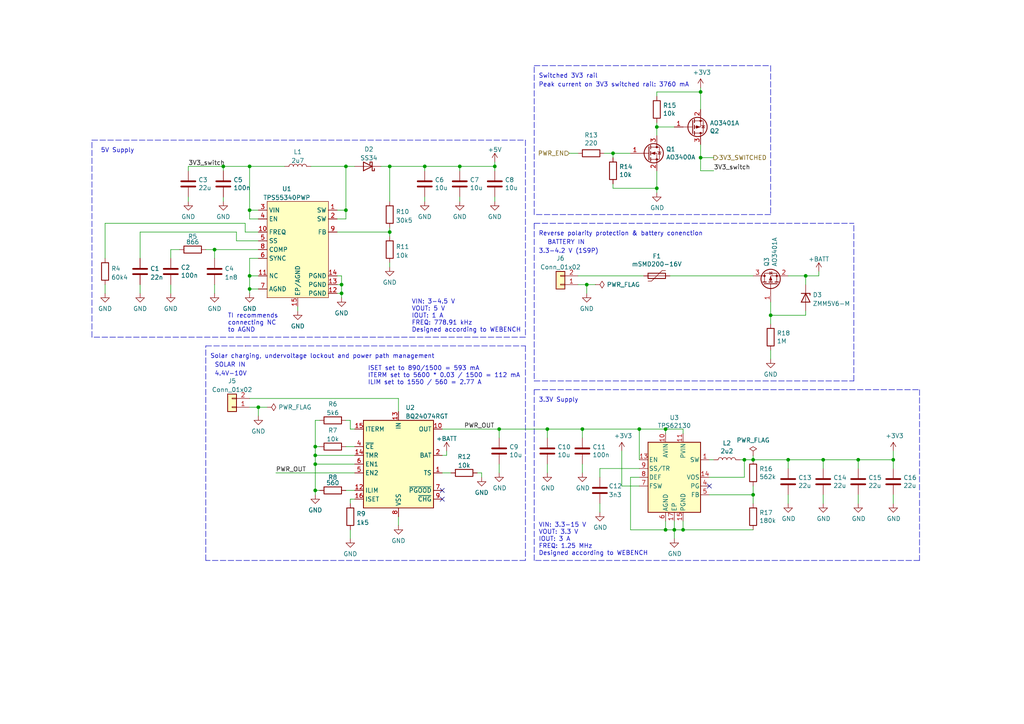
<source format=kicad_sch>
(kicad_sch (version 20211123) (generator eeschema)
  (paper "A4")
  (title_block (title "CO2 Chamber - Power") (date "2022-06-21") (rev "2"))
  (lib_symbols
    (symbol "Battery_Management:BQ24074RGT"
      (property "Reference" "U" (at -8.89 13.97 0))
      (property "Value" "BQ24074RGT" (at 16.51 13.97 0))
      (symbol "BQ24074RGT_0_1"
        (rectangle (start -10.16 12.7) (end 10.16 -12.7) (stroke (width 0.254)) (fill (type background)))
      )
      (symbol "BQ24074RGT_1_1"
        (pin passive line (at 12.7 -2.54 180) (length 2.54) (name "TS") (number "1"))
        (pin power_out line (at 12.7 10.16 180) (length 2.54) (name "OUT") (number "10"))
        (pin passive line (at 12.7 10.16 180) (length 2.54) hide (name "OUT") (number "11"))
        (pin passive line (at -12.7 -7.62 0) (length 2.54) (name "ILIM") (number "12"))
        (pin power_in line (at 0 15.24 270) (length 2.54) (name "IN") (number "13"))
        (pin input line (at -12.7 2.54 0) (length 2.54) (name "TMR") (number "14"))
        (pin input line (at -12.7 10.16 0) (length 2.54) (name "ITERM") (number "15"))
        (pin passive line (at -12.7 -10.16 0) (length 2.54) (name "ISET") (number "16"))
        (pin passive line (at 0 -15.24 90) (length 2.54) hide (name "VSS") (number "17"))
        (pin power_out line (at 12.7 2.54 180) (length 2.54) (name "BAT") (number "2"))
        (pin passive line (at 12.7 2.54 180) (length 2.54) hide (name "BAT") (number "3"))
        (pin input line (at -12.7 5.08 0) (length 2.54) (name "~{CE}") (number "4"))
        (pin input line (at -12.7 -2.54 0) (length 2.54) (name "EN2") (number "5"))
        (pin input line (at -12.7 0 0) (length 2.54) (name "EN1") (number "6"))
        (pin open_collector line (at 12.7 -7.62 180) (length 2.54) (name "~{PGOOD}") (number "7"))
        (pin power_in line (at 0 -15.24 90) (length 2.54) (name "VSS") (number "8"))
        (pin open_collector line (at 12.7 -10.16 180) (length 2.54) (name "~{CHG}") (number "9"))
      )
    )
    (symbol "Connector_Generic:Conn_01x02" (pin_names (offset 1.016) hide)
      (property "Reference" "J" (at 0 2.54 0))
      (property "Value" "Conn_01x02" (at 0 -5.08 0))
      (symbol "Conn_01x02_1_1"
        (rectangle (start -1.27 -2.413) (end 0 -2.667) (stroke (width 0.1524)))
        (rectangle (start -1.27 0.127) (end 0 -0.127) (stroke (width 0.1524)))
        (rectangle (start -1.27 1.27) (end 1.27 -3.81) (stroke (width 0.254)) (fill (type background)))
        (pin passive line (at -5.08 0 0) (length 3.81) (name "Pin_1") (number "1"))
        (pin passive line (at -5.08 -2.54 0) (length 3.81) (name "Pin_2") (number "2"))
      )
    )
    (symbol "Device:C" (pin_numbers hide) (pin_names (offset 0.254))
      (property "Reference" "C" (at 0.635 2.54 0))
      (property "Value" "C" (at 0.635 -2.54 0))
      (symbol "C_0_1"
        (polyline (pts (xy -2.032 -0.762) (xy 2.032 -0.762)) (stroke (width 0.508)))
        (polyline (pts (xy -2.032 0.762) (xy 2.032 0.762)) (stroke (width 0.508)))
      )
      (symbol "C_1_1"
        (pin passive line (at 0 3.81 270) (length 2.794) (name "~") (number "1"))
        (pin passive line (at 0 -3.81 90) (length 2.794) (name "~") (number "2"))
      )
    )
    (symbol "Device:D_Schottky" (pin_numbers hide) (pin_names (offset 1.016) hide)
      (property "Reference" "D" (at 0 2.54 0))
      (property "Value" "D_Schottky" (at 0 -2.54 0))
      (symbol "D_Schottky_0_1"
        (polyline (pts (xy 1.27 0) (xy -1.27 0)))
        (polyline (pts (xy 1.27 1.27) (xy 1.27 -1.27) (xy -1.27 0) (xy 1.27 1.27)) (stroke (width 0.254)))
        (polyline (pts (xy -1.905 0.635) (xy -1.905 1.27) (xy -1.27 1.27) (xy -1.27 -1.27) (xy -0.635 -1.27) (xy -0.635 -0.635)) (stroke (width 0.254)))
      )
      (symbol "D_Schottky_1_1"
        (pin passive line (at -3.81 0 0) (length 2.54) (name "K") (number "1"))
        (pin passive line (at 3.81 0 180) (length 2.54) (name "A") (number "2"))
      )
    )
    (symbol "Device:D_Zener" (pin_numbers hide) (pin_names (offset 1.016) hide)
      (property "Reference" "D" (at 0 2.54 0))
      (property "Value" "D_Zener" (at 0 -2.54 0))
      (symbol "D_Zener_0_1"
        (polyline (pts (xy 1.27 0) (xy -1.27 0)))
        (polyline (pts (xy -1.27 -1.27) (xy -1.27 1.27) (xy -0.762 1.27)) (stroke (width 0.254)))
        (polyline (pts (xy 1.27 -1.27) (xy 1.27 1.27) (xy -1.27 0) (xy 1.27 -1.27)) (stroke (width 0.254)))
      )
      (symbol "D_Zener_1_1"
        (pin passive line (at -3.81 0 0) (length 2.54) (name "K") (number "1"))
        (pin passive line (at 3.81 0 180) (length 2.54) (name "A") (number "2"))
      )
    )
    (symbol "Device:L" (pin_numbers hide) (pin_names (offset 1.016) hide)
      (property "Reference" "L" (at -1.27 0 90))
      (property "Value" "L" (at 1.905 0 90))
      (symbol "L_0_1"
        (arc (start 0 -2.54) (mid 0.635 -1.905) (end 0 -1.27))
        (arc (start 0 -1.27) (mid 0.635 -0.635) (end 0 0))
        (arc (start 0 0) (mid 0.635 0.635) (end 0 1.27))
        (arc (start 0 1.27) (mid 0.635 1.905) (end 0 2.54))
      )
      (symbol "L_1_1"
        (pin passive line (at 0 3.81 270) (length 1.27) (name "1") (number "1"))
        (pin passive line (at 0 -3.81 90) (length 1.27) (name "2") (number "2"))
      )
    )
    (symbol "Device:Polyfuse" (pin_numbers hide) (pin_names (offset 0))
      (property "Reference" "F" (at -2.54 0 90))
      (property "Value" "Polyfuse" (at 2.54 0 90))
      (symbol "Polyfuse_0_1"
        (rectangle (start -0.762 2.54) (end 0.762 -2.54) (stroke (width 0.254)))
        (polyline (pts (xy 0 2.54) (xy 0 -2.54)))
        (polyline (pts (xy -1.524 2.54) (xy -1.524 1.524) (xy 1.524 -1.524) (xy 1.524 -2.54)))
      )
      (symbol "Polyfuse_1_1"
        (pin passive line (at 0 3.81 270) (length 1.27) (name "~") (number "1"))
        (pin passive line (at 0 -3.81 90) (length 1.27) (name "~") (number "2"))
      )
    )
    (symbol "Device:R" (pin_numbers hide) (pin_names (offset 0))
      (property "Reference" "R" (at 2.032 0 90))
      (property "Value" "R" (at 0 0 90))
      (symbol "R_0_1"
        (rectangle (start -1.016 -2.54) (end 1.016 2.54) (stroke (width 0.254)))
      )
      (symbol "R_1_1"
        (pin passive line (at 0 3.81 270) (length 1.27) (name "~") (number "1"))
        (pin passive line (at 0 -3.81 90) (length 1.27) (name "~") (number "2"))
      )
    )
    (symbol "Regulator_Switching:TPS62130" (pin_names (offset 0.254))
      (property "Reference" "U" (at 3.81 13.97 0))
      (property "Value" "TPS62130" (at 3.81 11.43 0))
      (symbol "TPS62130_0_1"
        (rectangle (start -7.62 10.16) (end 7.62 -10.16) (stroke (width 0.254)) (fill (type background)))
      )
      (symbol "TPS62130_1_1"
        (pin output line (at 10.16 5.08 180) (length 2.54) (name "SW") (number "1"))
        (pin power_in line (at -2.54 12.7 270) (length 2.54) (name "AVIN") (number "10"))
        (pin power_in line (at 2.54 12.7 270) (length 2.54) (name "PVIN") (number "11"))
        (pin passive line (at 2.54 12.7 270) (length 2.54) hide (name "PVIN") (number "12"))
        (pin input line (at -10.16 5.08 0) (length 2.54) (name "EN") (number "13"))
        (pin input line (at 10.16 0 180) (length 2.54) (name "VOS") (number "14"))
        (pin power_in line (at 2.54 -12.7 90) (length 2.54) (name "PGND") (number "15"))
        (pin passive line (at 2.54 -12.7 90) (length 2.54) hide (name "PGND") (number "16"))
        (pin power_in line (at 0 -12.7 90) (length 2.54) (name "EP") (number "17"))
        (pin passive line (at 10.16 5.08 180) (length 2.54) hide (name "SW") (number "2"))
        (pin passive line (at 10.16 5.08 180) (length 2.54) hide (name "SW") (number "3"))
        (pin open_collector line (at 10.16 -2.54 180) (length 2.54) (name "PG") (number "4"))
        (pin input line (at 10.16 -5.08 180) (length 2.54) (name "FB") (number "5"))
        (pin power_in line (at -2.54 -12.7 90) (length 2.54) (name "AGND") (number "6"))
        (pin input line (at -10.16 -2.54 0) (length 2.54) (name "FSW") (number "7"))
        (pin input line (at -10.16 0 0) (length 2.54) (name "DEF") (number "8"))
        (pin input line (at -10.16 2.54 0) (length 2.54) (name "SS/TR") (number "9"))
      )
    )
    (symbol "Transistor_FET:AO3400A" (pin_names hide)
      (property "Reference" "Q" (at 5.08 1.905 0))
      (property "Value" "AO3400A" (at 5.08 0 0))
      (symbol "AO3400A_0_1"
        (polyline (pts (xy 0.254 0) (xy -2.54 0)))
        (polyline (pts (xy 0.254 1.905) (xy 0.254 -1.905)) (stroke (width 0.254)))
        (polyline (pts (xy 0.762 -1.27) (xy 0.762 -2.286)) (stroke (width 0.254)))
        (polyline (pts (xy 0.762 0.508) (xy 0.762 -0.508)) (stroke (width 0.254)))
        (polyline (pts (xy 0.762 2.286) (xy 0.762 1.27)) (stroke (width 0.254)))
        (polyline (pts (xy 2.54 2.54) (xy 2.54 1.778)))
        (polyline (pts (xy 2.54 -2.54) (xy 2.54 0) (xy 0.762 0)))
        (polyline (pts (xy 0.762 -1.778) (xy 3.302 -1.778) (xy 3.302 1.778) (xy 0.762 1.778)))
        (polyline (pts (xy 1.016 0) (xy 2.032 0.381) (xy 2.032 -0.381) (xy 1.016 0)) (fill (type outline)))
        (polyline (pts (xy 2.794 0.508) (xy 2.921 0.381) (xy 3.683 0.381) (xy 3.81 0.254)))
        (polyline (pts (xy 3.302 0.381) (xy 2.921 -0.254) (xy 3.683 -0.254) (xy 3.302 0.381)))
        (circle (center 1.651 0) (radius 2.794) (stroke (width 0.254)))
        (circle (center 2.54 -1.778) (radius 0.254) (fill (type outline)))
        (circle (center 2.54 1.778) (radius 0.254) (fill (type outline)))
      )
      (symbol "AO3400A_1_1"
        (pin input line (at -5.08 0 0) (length 2.54) (name "G") (number "1"))
        (pin passive line (at 2.54 -5.08 90) (length 2.54) (name "S") (number "2"))
        (pin passive line (at 2.54 5.08 270) (length 2.54) (name "D") (number "3"))
      )
    )
    (symbol "Transistor_FET:AO3401A" (pin_names hide)
      (property "Reference" "Q" (at 5.08 1.905 0))
      (property "Value" "AO3401A" (at 5.08 0 0))
      (symbol "AO3401A_0_1"
        (polyline (pts (xy 0.254 0) (xy -2.54 0)))
        (polyline (pts (xy 0.254 1.905) (xy 0.254 -1.905)) (stroke (width 0.254)))
        (polyline (pts (xy 0.762 -1.27) (xy 0.762 -2.286)) (stroke (width 0.254)))
        (polyline (pts (xy 0.762 0.508) (xy 0.762 -0.508)) (stroke (width 0.254)))
        (polyline (pts (xy 0.762 2.286) (xy 0.762 1.27)) (stroke (width 0.254)))
        (polyline (pts (xy 2.54 2.54) (xy 2.54 1.778)))
        (polyline (pts (xy 2.54 -2.54) (xy 2.54 0) (xy 0.762 0)))
        (polyline (pts (xy 0.762 1.778) (xy 3.302 1.778) (xy 3.302 -1.778) (xy 0.762 -1.778)))
        (polyline (pts (xy 2.286 0) (xy 1.27 0.381) (xy 1.27 -0.381) (xy 2.286 0)) (fill (type outline)))
        (polyline (pts (xy 2.794 -0.508) (xy 2.921 -0.381) (xy 3.683 -0.381) (xy 3.81 -0.254)))
        (polyline (pts (xy 3.302 -0.381) (xy 2.921 0.254) (xy 3.683 0.254) (xy 3.302 -0.381)))
        (circle (center 1.651 0) (radius 2.794) (stroke (width 0.254)))
        (circle (center 2.54 -1.778) (radius 0.254) (fill (type outline)))
        (circle (center 2.54 1.778) (radius 0.254) (fill (type outline)))
      )
      (symbol "AO3401A_1_1"
        (pin input line (at -5.08 0 0) (length 2.54) (name "G") (number "1"))
        (pin passive line (at 2.54 -5.08 90) (length 2.54) (name "S") (number "2"))
        (pin passive line (at 2.54 5.08 270) (length 2.54) (name "D") (number "3"))
      )
    )
    (symbol "co2_sensor_node:TPS55340PWP"
      (property "Reference" "U" (at 0 5.08 0))
      (property "Value" "TPS55340PWP" (at 0 2.54 0))
      (symbol "TPS55340PWP_0_1"
        (rectangle (start -15.24 -40.64) (end -15.24 -40.64) (stroke (width 0.1524)))
        (rectangle (start -15.24 -40.64) (end -15.24 -40.64) (stroke (width 0.1524)))
        (rectangle (start -15.24 -40.64) (end -15.24 -40.64) (stroke (width 0.1524)))
        (rectangle (start -15.24 -40.64) (end -15.24 -40.64) (stroke (width 0.1524)))
        (rectangle (start -15.24 -40.64) (end -15.24 -40.64) (stroke (width 0.1524)))
        (rectangle (start -15.24 -40.64) (end -15.24 -40.64) (stroke (width 0.1524)))
        (rectangle (start -15.24 -40.64) (end -15.24 -40.64) (stroke (width 0.1524)))
        (rectangle (start -15.24 -40.64) (end -15.24 -40.64) (stroke (width 0.1524)))
        (rectangle (start -15.24 -40.64) (end -15.24 -40.64) (stroke (width 0.1524)))
        (rectangle (start -15.24 -40.64) (end -15.24 -40.64) (stroke (width 0.1524)))
        (rectangle (start -15.24 -40.64) (end -15.24 -40.64) (stroke (width 0.1524)))
        (rectangle (start -13.97 -27.94) (end -13.97 -27.94) (stroke (width 0.1524)))
        (rectangle (start -8.89 -26.67) (end -8.89 -26.67) (stroke (width 0.1524)))
        (rectangle (start -8.89 -26.67) (end -8.89 -26.67) (stroke (width 0.1524)))
        (rectangle (start -8.89 -26.67) (end -8.89 -26.67) (stroke (width 0.1524)))
        (rectangle (start -8.89 1.27) (end 8.89 -26.67) (stroke (width 0.1524)) (fill (type background)))
      )
      (symbol "TPS55340PWP_1_1"
        (pin output line (at 11.43 -1.27 180) (length 2.54) (name "SW") (number "1"))
        (pin input line (at -11.43 -7.62 0) (length 2.54) (name "FREQ") (number "10"))
        (pin input line (at -11.43 -20.32 0) (length 2.54) (name "NC") (number "11"))
        (pin power_in line (at 11.43 -25.4 180) (length 2.54) (name "PGND") (number "12"))
        (pin power_in line (at 11.43 -22.86 180) (length 2.54) (name "PGND") (number "13"))
        (pin power_in line (at 11.43 -20.32 180) (length 2.54) (name "PGND") (number "14"))
        (pin power_in line (at 0 -29.21 90) (length 2.54) (name "EP/AGND") (number "15"))
        (pin output line (at 11.43 -3.81 180) (length 2.54) (name "SW") (number "2"))
        (pin power_in line (at -11.43 -1.27 0) (length 2.54) (name "VIN") (number "3"))
        (pin input line (at -11.43 -3.81 0) (length 2.54) (name "EN") (number "4"))
        (pin input line (at -11.43 -10.16 0) (length 2.54) (name "SS") (number "5"))
        (pin input line (at -11.43 -15.24 0) (length 2.54) (name "SYNC") (number "6"))
        (pin power_in line (at -11.43 -24.13 0) (length 2.54) (name "AGND") (number "7"))
        (pin input line (at -11.43 -12.7 0) (length 2.54) (name "COMP") (number "8"))
        (pin input line (at 11.43 -7.62 180) (length 2.54) (name "FB") (number "9"))
      )
    )
    (symbol "power:+3V3" (power) (pin_names (offset 0))
      (property "Value" "+3V3" (at 0 3.556 0))
      (symbol "+3V3_0_1"
        (polyline (pts (xy -0.762 1.27) (xy 0 2.54)))
        (polyline (pts (xy 0 0) (xy 0 2.54)))
        (polyline (pts (xy 0 2.54) (xy 0.762 1.27)))
      )
      (symbol "+3V3_1_1"
        (pin power_in line (at 0 0 90) (length 0) hide (name "+3V3") (number "1"))
      )
    )
    (symbol "power:+5V" (power) (pin_names (offset 0))
      (property "Value" "+5V" (at 0 3.556 0))
      (symbol "+5V_0_1"
        (polyline (pts (xy -0.762 1.27) (xy 0 2.54)))
        (polyline (pts (xy 0 0) (xy 0 2.54)))
        (polyline (pts (xy 0 2.54) (xy 0.762 1.27)))
      )
      (symbol "+5V_1_1"
        (pin power_in line (at 0 0 90) (length 0) hide (name "+5V") (number "1"))
      )
    )
    (symbol "power:+BATT" (power) (pin_names (offset 0))
      (property "Value" "+BATT" (at 0 3.556 0))
      (symbol "+BATT_0_1"
        (polyline (pts (xy -0.762 1.27) (xy 0 2.54)))
        (polyline (pts (xy 0 0) (xy 0 2.54)))
        (polyline (pts (xy 0 2.54) (xy 0.762 1.27)))
      )
      (symbol "+BATT_1_1"
        (pin power_in line (at 0 0 90) (length 0) hide (name "+BATT") (number "1"))
      )
    )
    (symbol "power:GND" (power) (pin_names (offset 0))
      (property "Value" "GND" (at 0 -3.81 0))
      (symbol "GND_0_1"
        (polyline (pts (xy 0 0) (xy 0 -1.27) (xy 1.27 -1.27) (xy 0 -2.54) (xy -1.27 -1.27) (xy 0 -1.27)))
      )
      (symbol "GND_1_1"
        (pin power_in line (at 0 0 270) (length 0) hide (name "GND") (number "1"))
      )
    )
    (symbol "power:PWR_FLAG" (power) (pin_numbers hide) (pin_names (offset 0) hide)
      (property "Value" "PWR_FLAG" (at 0 3.81 0))
      (symbol "PWR_FLAG_0_0"
        (pin power_out line (at 0 0 90) (length 0) (name "pwr") (number "1"))
      )
      (symbol "PWR_FLAG_0_1"
        (polyline (pts (xy 0 0) (xy 0 1.27) (xy -1.016 1.905) (xy 0 2.54) (xy 1.016 1.905) (xy 0 1.27)))
      )
    )
  )
  (junction (at 215.9 133.35))
  (junction (at 91.44 142.24))
  (junction (at 198.12 153.67))
  (junction (at 170.18 82.55))
  (junction (at 113.03 67.31))
  (junction (at 190.5 36.83))
  (junction (at 248.92 133.35))
  (junction (at 193.04 153.67))
  (junction (at 190.5 54.61))
  (junction (at 133.35 48.26))
  (junction (at 158.75 124.46))
  (junction (at 72.39 60.96))
  (junction (at 99.06 82.55))
  (junction (at 72.39 80.01))
  (junction (at 223.52 91.44))
  (junction (at 64.77 48.26))
  (junction (at 144.78 124.46))
  (junction (at 177.8 44.45))
  (junction (at 218.44 133.35))
  (junction (at 99.06 85.09))
  (junction (at 62.23 72.39))
  (junction (at 123.19 48.26))
  (junction (at 185.42 124.46))
  (junction (at 113.03 48.26))
  (junction (at 100.33 60.96))
  (junction (at 238.76 133.35))
  (junction (at 91.44 129.54))
  (junction (at 74.93 118.11))
  (junction (at 203.2 45.72))
  (junction (at 72.39 48.26))
  (junction (at 233.68 80.01))
  (junction (at 259.08 133.35))
  (junction (at 91.44 132.08))
  (junction (at 195.58 153.67))
  (junction (at 228.6 133.35))
  (junction (at 193.04 124.46))
  (junction (at 91.44 134.62))
  (junction (at 72.39 83.82))
  (junction (at 218.44 143.51))
  (junction (at 168.91 124.46))
  (junction (at 143.51 48.26))
  (junction (at 203.2 26.67))
  (junction (at 100.33 48.26))
  (no_connect (at 128.27 142.24))
  (no_connect (at 128.27 144.78))
  (no_connect (at 205.74 140.97))
  (wire (pts (xy 74.93 118.11) (xy 74.93 120.65)))
  (wire (pts (xy 115.57 115.57) (xy 115.57 119.38)))
  (wire (pts (xy 123.19 48.26) (xy 123.19 49.53)))
  (wire (pts (xy 97.79 67.31) (xy 113.03 67.31)))
  (wire (pts (xy 218.44 153.67) (xy 198.12 153.67)))
  (wire (pts (xy 205.74 143.51) (xy 218.44 143.51)))
  (wire (pts (xy 139.7 138.43) (xy 139.7 137.16)))
  (wire (pts (xy 113.03 66.04) (xy 113.03 67.31)))
  (wire (pts (xy 133.35 57.15) (xy 133.35 58.42)))
  (wire (pts (xy 175.26 44.45) (xy 177.8 44.45)))
  (polyline (pts (xy 154.94 64.77) (xy 154.94 110.49)))
  (wire (pts (xy 115.57 149.86) (xy 115.57 152.4)))
  (wire (pts (xy 170.18 82.55) (xy 172.72 82.55)))
  (wire (pts (xy 62.23 82.55) (xy 62.23 85.09)))
  (wire (pts (xy 100.33 60.96) (xy 100.33 63.5)))
  (wire (pts (xy 54.61 49.53) (xy 54.61 48.26)))
  (wire (pts (xy 144.78 124.46) (xy 158.75 124.46)))
  (wire (pts (xy 195.58 153.67) (xy 193.04 153.67)))
  (wire (pts (xy 195.58 151.13) (xy 195.58 153.67)))
  (wire (pts (xy 193.04 124.46) (xy 198.12 124.46)))
  (wire (pts (xy 99.06 80.01) (xy 99.06 82.55)))
  (wire (pts (xy 72.39 48.26) (xy 72.39 60.96)))
  (wire (pts (xy 143.51 46.99) (xy 143.51 48.26)))
  (wire (pts (xy 49.53 82.55) (xy 49.53 85.09)))
  (wire (pts (xy 190.5 35.56) (xy 190.5 36.83)))
  (polyline (pts (xy 266.7 162.56) (xy 154.94 162.56)))
  (polyline (pts (xy 59.69 100.33) (xy 152.4 100.33)))
  (wire (pts (xy 123.19 57.15) (xy 123.19 58.42)))
  (wire (pts (xy 97.79 85.09) (xy 99.06 85.09)))
  (wire (pts (xy 40.64 82.55) (xy 40.64 85.09)))
  (wire (pts (xy 182.88 138.43) (xy 185.42 138.43)))
  (wire (pts (xy 259.08 143.51) (xy 259.08 146.05)))
  (wire (pts (xy 74.93 74.93) (xy 72.39 74.93)))
  (wire (pts (xy 238.76 133.35) (xy 248.92 133.35)))
  (polyline (pts (xy 26.67 40.64) (xy 152.4 40.64)))
  (wire (pts (xy 74.93 118.11) (xy 77.47 118.11)))
  (wire (pts (xy 198.12 153.67) (xy 195.58 153.67)))
  (wire (pts (xy 71.12 64.77) (xy 30.48 64.77)))
  (wire (pts (xy 64.77 57.15) (xy 64.77 58.42)))
  (wire (pts (xy 190.5 36.83) (xy 195.58 36.83)))
  (wire (pts (xy 91.44 129.54) (xy 92.71 129.54)))
  (wire (pts (xy 180.34 140.97) (xy 180.34 130.81)))
  (wire (pts (xy 259.08 135.89) (xy 259.08 133.35)))
  (wire (pts (xy 74.93 60.96) (xy 72.39 60.96)))
  (wire (pts (xy 64.77 49.53) (xy 64.77 48.26)))
  (wire (pts (xy 113.03 67.31) (xy 113.03 68.58)))
  (wire (pts (xy 74.93 80.01) (xy 72.39 80.01)))
  (polyline (pts (xy 26.67 97.79) (xy 26.67 40.64)))
  (wire (pts (xy 248.92 143.51) (xy 248.92 146.05)))
  (wire (pts (xy 113.03 48.26) (xy 113.03 58.42)))
  (wire (pts (xy 173.99 148.59) (xy 173.99 146.05)))
  (wire (pts (xy 190.5 26.67) (xy 203.2 26.67)))
  (wire (pts (xy 215.9 133.35) (xy 215.9 138.43)))
  (wire (pts (xy 123.19 48.26) (xy 133.35 48.26)))
  (wire (pts (xy 168.91 127) (xy 168.91 124.46)))
  (wire (pts (xy 72.39 118.11) (xy 74.93 118.11)))
  (wire (pts (xy 97.79 82.55) (xy 99.06 82.55)))
  (wire (pts (xy 74.93 63.5) (xy 72.39 63.5)))
  (wire (pts (xy 237.49 78.74) (xy 237.49 80.01)))
  (wire (pts (xy 91.44 132.08) (xy 91.44 134.62)))
  (wire (pts (xy 203.2 25.4) (xy 203.2 26.67)))
  (wire (pts (xy 173.99 135.89) (xy 185.42 135.89)))
  (wire (pts (xy 248.92 133.35) (xy 259.08 133.35)))
  (wire (pts (xy 128.27 132.08) (xy 129.54 132.08)))
  (wire (pts (xy 203.2 41.91) (xy 203.2 45.72)))
  (wire (pts (xy 102.87 134.62) (xy 91.44 134.62)))
  (wire (pts (xy 193.04 153.67) (xy 182.88 153.67)))
  (wire (pts (xy 97.79 60.96) (xy 100.33 60.96)))
  (wire (pts (xy 214.63 133.35) (xy 215.9 133.35)))
  (wire (pts (xy 99.06 82.55) (xy 99.06 85.09)))
  (wire (pts (xy 101.6 121.92) (xy 100.33 121.92)))
  (wire (pts (xy 223.52 101.6) (xy 223.52 104.14)))
  (wire (pts (xy 259.08 133.35) (xy 259.08 130.81)))
  (wire (pts (xy 113.03 48.26) (xy 110.49 48.26)))
  (wire (pts (xy 92.71 121.92) (xy 91.44 121.92)))
  (wire (pts (xy 205.74 138.43) (xy 215.9 138.43)))
  (wire (pts (xy 49.53 72.39) (xy 49.53 74.93)))
  (wire (pts (xy 100.33 48.26) (xy 102.87 48.26)))
  (wire (pts (xy 52.07 72.39) (xy 49.53 72.39)))
  (wire (pts (xy 168.91 137.16) (xy 168.91 134.62)))
  (wire (pts (xy 54.61 48.26) (xy 64.77 48.26)))
  (wire (pts (xy 215.9 133.35) (xy 218.44 133.35)))
  (wire (pts (xy 97.79 63.5) (xy 100.33 63.5)))
  (wire (pts (xy 228.6 135.89) (xy 228.6 133.35)))
  (wire (pts (xy 238.76 135.89) (xy 238.76 133.35)))
  (wire (pts (xy 133.35 48.26) (xy 133.35 49.53)))
  (wire (pts (xy 91.44 143.51) (xy 91.44 142.24)))
  (wire (pts (xy 100.33 48.26) (xy 100.33 60.96)))
  (wire (pts (xy 233.68 80.01) (xy 237.49 80.01)))
  (polyline (pts (xy 152.4 162.56) (xy 59.69 162.56)))
  (polyline (pts (xy 152.4 100.33) (xy 152.4 162.56)))
  (wire (pts (xy 74.93 69.85) (xy 68.58 69.85)))
  (wire (pts (xy 72.39 115.57) (xy 115.57 115.57)))
  (polyline (pts (xy 152.4 97.79) (xy 26.67 97.79)))
  (polyline (pts (xy 154.94 162.56) (xy 154.94 113.03)))
  (wire (pts (xy 190.5 27.94) (xy 190.5 26.67)))
  (wire (pts (xy 173.99 138.43) (xy 173.99 135.89)))
  (wire (pts (xy 233.68 80.01) (xy 228.6 80.01)))
  (wire (pts (xy 185.42 140.97) (xy 180.34 140.97)))
  (wire (pts (xy 143.51 48.26) (xy 143.51 49.53)))
  (polyline (pts (xy 154.94 110.49) (xy 247.65 110.49)))
  (wire (pts (xy 207.01 49.53) (xy 203.2 49.53)))
  (polyline (pts (xy 154.94 64.77) (xy 247.65 64.77)))
  (wire (pts (xy 167.64 80.01) (xy 186.69 80.01)))
  (polyline (pts (xy 223.52 19.05) (xy 223.52 62.23)))
  (wire (pts (xy 218.44 132.08) (xy 218.44 133.35)))
  (wire (pts (xy 101.6 146.05) (xy 101.6 144.78)))
  (wire (pts (xy 198.12 151.13) (xy 198.12 153.67)))
  (wire (pts (xy 218.44 143.51) (xy 218.44 146.05)))
  (wire (pts (xy 129.54 132.08) (xy 129.54 130.81)))
  (wire (pts (xy 71.12 67.31) (xy 71.12 64.77)))
  (wire (pts (xy 62.23 72.39) (xy 74.93 72.39)))
  (wire (pts (xy 101.6 124.46) (xy 101.6 121.92)))
  (wire (pts (xy 64.77 48.26) (xy 72.39 48.26)))
  (wire (pts (xy 68.58 69.85) (xy 68.58 67.31)))
  (wire (pts (xy 62.23 72.39) (xy 62.23 74.93)))
  (wire (pts (xy 30.48 64.77) (xy 30.48 74.93)))
  (wire (pts (xy 203.2 26.67) (xy 203.2 31.75)))
  (wire (pts (xy 228.6 133.35) (xy 238.76 133.35)))
  (wire (pts (xy 185.42 124.46) (xy 193.04 124.46)))
  (wire (pts (xy 185.42 124.46) (xy 168.91 124.46)))
  (wire (pts (xy 91.44 121.92) (xy 91.44 129.54)))
  (wire (pts (xy 40.64 67.31) (xy 40.64 74.93)))
  (wire (pts (xy 167.64 44.45) (xy 165.1 44.45)))
  (wire (pts (xy 144.78 137.16) (xy 144.78 134.62)))
  (wire (pts (xy 193.04 151.13) (xy 193.04 153.67)))
  (polyline (pts (xy 223.52 62.23) (xy 154.94 62.23)))
  (wire (pts (xy 91.44 129.54) (xy 91.44 132.08)))
  (wire (pts (xy 158.75 137.16) (xy 158.75 134.62)))
  (wire (pts (xy 91.44 142.24) (xy 92.71 142.24)))
  (wire (pts (xy 233.68 90.17) (xy 233.68 91.44)))
  (polyline (pts (xy 152.4 40.64) (xy 152.4 97.79)))
  (wire (pts (xy 233.68 82.55) (xy 233.68 80.01)))
  (wire (pts (xy 190.5 54.61) (xy 190.5 55.88)))
  (wire (pts (xy 194.31 80.01) (xy 218.44 80.01)))
  (polyline (pts (xy 154.94 113.03) (xy 266.7 113.03)))
  (wire (pts (xy 185.42 133.35) (xy 185.42 124.46)))
  (wire (pts (xy 248.92 135.89) (xy 248.92 133.35)))
  (wire (pts (xy 218.44 140.97) (xy 218.44 143.51)))
  (wire (pts (xy 102.87 124.46) (xy 101.6 124.46)))
  (polyline (pts (xy 247.65 110.49) (xy 247.65 64.77)))
  (wire (pts (xy 100.33 48.26) (xy 90.17 48.26)))
  (wire (pts (xy 177.8 44.45) (xy 182.88 44.45)))
  (wire (pts (xy 139.7 137.16) (xy 138.43 137.16)))
  (wire (pts (xy 167.64 82.55) (xy 170.18 82.55)))
  (wire (pts (xy 177.8 45.72) (xy 177.8 44.45)))
  (wire (pts (xy 205.74 133.35) (xy 207.01 133.35)))
  (polyline (pts (xy 266.7 113.03) (xy 266.7 162.56)))
  (wire (pts (xy 193.04 124.46) (xy 193.04 125.73)))
  (wire (pts (xy 74.93 83.82) (xy 72.39 83.82)))
  (wire (pts (xy 100.33 142.24) (xy 102.87 142.24)))
  (wire (pts (xy 123.19 48.26) (xy 113.03 48.26)))
  (wire (pts (xy 74.93 67.31) (xy 71.12 67.31)))
  (wire (pts (xy 80.01 137.16) (xy 102.87 137.16)))
  (wire (pts (xy 190.5 49.53) (xy 190.5 54.61)))
  (wire (pts (xy 128.27 137.16) (xy 130.81 137.16)))
  (polyline (pts (xy 154.94 19.05) (xy 223.52 19.05)))
  (polyline (pts (xy 59.69 162.56) (xy 59.69 100.33)))
  (wire (pts (xy 177.8 54.61) (xy 177.8 53.34)))
  (wire (pts (xy 203.2 45.72) (xy 207.01 45.72)))
  (wire (pts (xy 91.44 134.62) (xy 91.44 142.24)))
  (wire (pts (xy 143.51 57.15) (xy 143.51 58.42)))
  (wire (pts (xy 72.39 48.26) (xy 82.55 48.26)))
  (wire (pts (xy 195.58 156.21) (xy 195.58 153.67)))
  (wire (pts (xy 101.6 144.78) (xy 102.87 144.78)))
  (wire (pts (xy 170.18 82.55) (xy 170.18 85.09)))
  (wire (pts (xy 30.48 82.55) (xy 30.48 85.09)))
  (wire (pts (xy 228.6 143.51) (xy 228.6 146.05)))
  (wire (pts (xy 158.75 124.46) (xy 168.91 124.46)))
  (wire (pts (xy 233.68 91.44) (xy 223.52 91.44)))
  (wire (pts (xy 203.2 49.53) (xy 203.2 45.72)))
  (wire (pts (xy 223.52 91.44) (xy 223.52 93.98)))
  (wire (pts (xy 54.61 57.15) (xy 54.61 58.42)))
  (wire (pts (xy 190.5 36.83) (xy 190.5 39.37)))
  (wire (pts (xy 223.52 87.63) (xy 223.52 91.44)))
  (wire (pts (xy 198.12 125.73) (xy 198.12 124.46)))
  (wire (pts (xy 86.36 88.9) (xy 86.36 90.17)))
  (wire (pts (xy 68.58 67.31) (xy 40.64 67.31)))
  (wire (pts (xy 128.27 124.46) (xy 144.78 124.46)))
  (wire (pts (xy 72.39 80.01) (xy 72.39 83.82)))
  (wire (pts (xy 72.39 83.82) (xy 72.39 85.09)))
  (wire (pts (xy 97.79 80.01) (xy 99.06 80.01)))
  (wire (pts (xy 72.39 74.93) (xy 72.39 80.01)))
  (wire (pts (xy 177.8 54.61) (xy 190.5 54.61)))
  (wire (pts (xy 238.76 143.51) (xy 238.76 146.05)))
  (polyline (pts (xy 154.94 62.23) (xy 154.94 19.05)))
  (wire (pts (xy 113.03 76.2) (xy 113.03 77.47)))
  (wire (pts (xy 91.44 132.08) (xy 102.87 132.08)))
  (wire (pts (xy 99.06 85.09) (xy 99.06 86.36)))
  (wire (pts (xy 158.75 127) (xy 158.75 124.46)))
  (wire (pts (xy 100.33 129.54) (xy 102.87 129.54)))
  (wire (pts (xy 182.88 138.43) (xy 182.88 153.67)))
  (wire (pts (xy 133.35 48.26) (xy 143.51 48.26)))
  (wire (pts (xy 218.44 133.35) (xy 228.6 133.35)))
  (wire (pts (xy 101.6 153.67) (xy 101.6 156.21)))
  (wire (pts (xy 59.69 72.39) (xy 62.23 72.39)))
  (wire (pts (xy 72.39 60.96) (xy 72.39 63.5)))
  (wire (pts (xy 144.78 127) (xy 144.78 124.46)))
  (text "VIN: 3.3-15 V\nVOUT: 3.3 V\nIOUT: 3 A\nFREQ: 1.25 MHz\nDesigned according to WEBENCH\n" (at 156.21 161.29 0) (effects (font (size 1.27 1.27)) (justify left bottom)))
  (text "BATTERY IN" (at 158.75 71.12 0) (effects (font (size 1.27 1.27)) (justify left bottom)))
  (text "5V Supply" (at 29.21 44.45 0) (effects (font (size 1.27 1.27)) (justify left bottom)))
  (text "4.4V-10V" (at 62.23 109.22 0) (effects (font (size 1.27 1.27)) (justify left bottom)))
  (text "Solar charging, undervoltage lockout and power path management" (at 60.96 104.14 0) (effects (font (size 1.27 1.27)) (justify left bottom)))
  (text "3.3-4.2 V (1S9P)\n" (at 156.21 73.66 0) (effects (font (size 1.27 1.27)) (justify left bottom)))
  (text "3.3V Supply\n" (at 156.21 116.84 0) (effects (font (size 1.27 1.27)) (justify left bottom)))
  (text "Reverse polarity protection & battery conenction" (at 156.21 68.58 0) (effects (font (size 1.27 1.27)) (justify left bottom)))
  (text "SOLAR IN\n" (at 62.23 106.68 0) (effects (font (size 1.27 1.27)) (justify left bottom)))
  (text "ISET set to 890/1500 = 593 mA\nITERM set to 5600 * 0.03 / 1500 = 112 mA\nILIM set to 1550 / 560 = 2.77 A" (at 106.68 111.76 0) (effects (font (size 1.27 1.27)) (justify left bottom)))
  (text "Peak current on 3V3 switched rail: 3760 mA" (at 156.21 25.4 0) (effects (font (size 1.27 1.27)) (justify left bottom)))
  (text "VIN: 3-4.5 V\nVOUT: 5 V\nIOUT: 1 A\nFREQ: 778.91 kHz\nDesigned according to WEBENCH\n" (at 119.38 96.52 0) (effects (font (size 1.27 1.27)) (justify left bottom)))
  (text "TI recommends\nconnecting NC\nto AGND" (at 66.04 96.52 0) (effects (font (size 1.27 1.27)) (justify left bottom)))
  (text "Switched 3V3 rail" (at 156.21 22.86 0) (effects (font (size 1.27 1.27)) (justify left bottom)))
  (label "PWR_OUT" (at 134.62 124.46 0))
  (label "3V3_switch" (at 207.01 49.53 0))
  (label "PWR_OUT" (at 80.01 137.16 0))
  (label "3V3_switch" (at 54.61 48.26 0))
  (hierarchical_label "3V3_SWITCHED" (shape output) (at 207.01 45.72 0))
  (hierarchical_label "PWR_EN" (shape input) (at 165.1 44.45 180))
  (symbol (lib_id "Regulator_Switching:TPS62130") (at 195.58 138.43 0) (unit 1)
    (property "Reference" "U3" (at 195.58 121.1326 0))
    (property "Value" "TPS62130" (at 195.58 123.444 0))
    (property "Footprint" "Package_DFN_QFN:VQFN-16-1EP_3x3mm_P0.5mm_EP1.68x1.68mm_ThermalVias" (effects hide))
    (property "Datasheet" "http://www.ti.com/lit/ds/symlink/tps62130.pdf" (effects hide))
    (property "LCSC" "C43590" (effects hide))
  )
  (symbol (lib_id "power:GND") (at 158.75 137.16 0) (unit 1)
    (property "Reference" "#PWR030" (effects hide))
    (property "Value" "GND" (at 158.877 141.5542 0))
  )
  (symbol (lib_id "Device:C") (at 158.75 130.81 0) (unit 1)
    (property "Reference" "C10" (at 161.671 129.6416 0) (effects (justify left)))
    (property "Value" "10u" (at 161.671 131.953 0) (effects (justify left)))
    (property "Footprint" "Capacitor_SMD:C_0805_2012Metric" (effects hide))
    (property "LCSC" "C15850" (effects hide))
  )
  (symbol (lib_id "Device:C") (at 168.91 130.81 0) (unit 1)
    (property "Reference" "C11" (at 171.831 129.6416 0) (effects (justify left)))
    (property "Value" "100n" (at 171.831 131.953 0) (effects (justify left)))
    (property "Footprint" "Capacitor_SMD:C_0603_1608Metric" (effects hide))
    (property "LCSC" "C14663" (effects hide))
  )
  (symbol (lib_id "power:GND") (at 195.58 156.21 0) (unit 1)
    (property "Reference" "#PWR036" (effects hide))
    (property "Value" "GND" (at 195.707 160.6042 0))
  )
  (symbol (lib_id "Device:R") (at 218.44 149.86 0) (unit 1)
    (property "Reference" "R17" (at 220.218 148.6916 0) (effects (justify left)))
    (property "Value" "180k" (at 220.218 151.003 0) (effects (justify left)))
    (property "Footprint" "Resistor_SMD:R_0603_1608Metric" (effects hide))
    (property "LCSC" "C22827" (effects hide))
  )
  (symbol (lib_id "Device:R") (at 218.44 137.16 0) (unit 1)
    (property "Reference" "R16" (at 220.218 135.9916 0) (effects (justify left)))
    (property "Value" "562k" (at 220.218 138.303 0) (effects (justify left)))
    (property "Footprint" "Resistor_SMD:R_0603_1608Metric" (effects hide))
    (property "LCSC" "C23205" (effects hide))
  )
  (symbol (lib_id "Device:L") (at 210.82 133.35 90) (unit 1)
    (property "Reference" "L2" (at 210.82 128.524 90))
    (property "Value" "2u2" (at 210.82 130.8354 90))
    (property "Footprint" "co2_sensor_node:WPN4020" (effects hide))
    (property "LCSC" "C98361" (effects hide))
  )
  (symbol (lib_id "Device:C") (at 228.6 139.7 0) (unit 1)
    (property "Reference" "C13" (at 231.521 138.5316 0) (effects (justify left)))
    (property "Value" "22u" (at 231.521 140.843 0) (effects (justify left)))
    (property "Footprint" "Capacitor_SMD:C_0805_2012Metric" (effects hide))
    (property "LCSC" "C45783" (effects hide))
  )
  (symbol (lib_id "power:GND") (at 168.91 137.16 0) (unit 1)
    (property "Reference" "#PWR031" (effects hide))
    (property "Value" "GND" (at 169.037 141.5542 0))
  )
  (symbol (lib_id "Device:C") (at 173.99 142.24 0) (unit 1)
    (property "Reference" "C12" (at 176.53 140.97 0) (effects (justify left)))
    (property "Value" "3n3" (at 176.53 143.51 0) (effects (justify left)))
    (property "Footprint" "Capacitor_SMD:C_0603_1608Metric" (effects hide))
    (property "LCSC" "C1613" (effects hide))
  )
  (symbol (lib_id "power:GND") (at 228.6 146.05 0) (unit 1)
    (property "Reference" "#PWR039" (effects hide))
    (property "Value" "GND" (at 228.727 150.4442 0))
  )
  (symbol (lib_id "power:+3V3") (at 259.08 130.81 0) (unit 1)
    (property "Reference" "#PWR043" (effects hide))
    (property "Value" "+3V3" (at 259.461 126.4158 0))
  )
  (symbol (lib_id "power:PWR_FLAG") (at 218.44 132.08 0) (unit 1)
    (property "Reference" "#FLG03" (effects hide))
    (property "Value" "PWR_FLAG" (at 218.44 127.6858 0))
  )
  (symbol (lib_id "power:+3V3") (at 180.34 130.81 0) (unit 1)
    (property "Reference" "#PWR034" (effects hide))
    (property "Value" "+3V3" (at 180.721 126.4158 0))
  )
  (symbol (lib_id "power:GND") (at 173.99 148.59 0) (unit 1)
    (property "Reference" "#PWR033" (effects hide))
    (property "Value" "GND" (at 174.117 152.9842 0))
  )
  (symbol (lib_id "power:GND") (at 248.92 146.05 0) (unit 1)
    (property "Reference" "#PWR042" (effects hide))
    (property "Value" "GND" (at 249.047 150.4442 0))
  )
  (symbol (lib_id "power:GND") (at 170.18 85.09 0) (unit 1)
    (property "Reference" "#PWR032" (effects hide))
    (property "Value" "GND" (at 170.18 89.5334 0))
  )
  (symbol (lib_id "Device:R") (at 223.52 97.79 0) (unit 1)
    (property "Reference" "R18" (at 225.298 96.6216 0) (effects (justify left)))
    (property "Value" "1M" (at 225.298 98.933 0) (effects (justify left)))
    (property "Footprint" "Resistor_SMD:R_0603_1608Metric" (effects hide))
    (property "LCSC" "C22935" (effects hide))
  )
  (symbol (lib_id "Device:L") (at 86.36 48.26 90) (unit 1)
    (property "Reference" "L1" (at 86.36 44.0522 90))
    (property "Value" "2u7" (at 86.36 46.5891 90))
    (property "Footprint" "co2_sensor_node:PCD0504MT2R7" (effects hide))
    (property "Datasheet" "https://datasheet.lcsc.com/lcsc/1912111437_Viking-Tech-PCD0504MT2R7_C324320.pdf" (effects hide))
    (property "LCSC" "C324320" (effects hide))
  )
  (symbol (lib_id "power:GND") (at 238.76 146.05 0) (unit 1)
    (property "Reference" "#PWR041" (effects hide))
    (property "Value" "GND" (at 238.887 150.4442 0))
  )
  (symbol (lib_id "Device:R") (at 101.6 149.86 180) (unit 1)
    (property "Reference" "R9" (at 103.378 149.0253 0) (effects (justify right)))
    (property "Value" "1k5" (at 103.378 151.5622 0) (effects (justify right)))
    (property "Footprint" "Resistor_SMD:R_0603_1608Metric" (effects hide))
  )
  (symbol (lib_id "power:GND") (at 190.5 55.88 0) (unit 1)
    (property "Reference" "#PWR035" (effects hide))
    (property "Value" "GND" (at 190.627 60.2742 0))
  )
  (symbol (lib_id "Device:C") (at 144.78 130.81 0) (unit 1)
    (property "Reference" "C9" (at 147.701 129.6416 0) (effects (justify left)))
    (property "Value" "10u" (at 147.701 131.953 0) (effects (justify left)))
    (property "Footprint" "Capacitor_SMD:C_0805_2012Metric" (effects hide))
    (property "LCSC" "C15850" (effects hide))
  )
  (symbol (lib_id "Device:C") (at 64.77 53.34 0) (unit 1)
    (property "Reference" "C5" (at 67.691 52.1716 0) (effects (justify left)))
    (property "Value" "100n" (at 67.691 54.483 0) (effects (justify left)))
    (property "Footprint" "Capacitor_SMD:C_0603_1608Metric" (effects hide))
    (property "LCSC" "C14663" (effects hide))
  )
  (symbol (lib_id "Connector_Generic:Conn_01x02") (at 162.56 82.55 180) (unit 1)
    (property "Reference" "J6" (at 162.56 74.93 0))
    (property "Value" "Conn_01x02" (at 162.56 77.47 0))
    (property "Footprint" "Connector_JST:JST_XH_B2B-XH-AM_1x02_P2.50mm_Vertical" (effects hide))
    (property "LCSC" "C20079" (effects hide))
  )
  (symbol (lib_id "Device:C") (at 259.08 139.7 0) (unit 1)
    (property "Reference" "C16" (at 262.001 138.5316 0) (effects (justify left)))
    (property "Value" "22u" (at 262.001 140.843 0) (effects (justify left)))
    (property "Footprint" "Capacitor_SMD:C_0805_2012Metric" (effects hide))
    (property "LCSC" "C45783" (effects hide))
  )
  (symbol (lib_id "power:GND") (at 62.23 85.09 0) (unit 1)
    (property "Reference" "#PWR013" (effects hide))
    (property "Value" "GND" (at 62.23 89.5334 0))
  )
  (symbol (lib_id "Device:R") (at 134.62 137.16 90) (unit 1)
    (property "Reference" "R12" (at 134.62 132.4442 90))
    (property "Value" "10k" (at 134.62 134.9811 90))
    (property "Footprint" "Resistor_SMD:R_0603_1608Metric" (effects hide))
    (property "LCSC" "C25804" (effects hide))
  )
  (symbol (lib_id "power:+5V") (at 143.51 46.99 0) (unit 1)
    (property "Reference" "#PWR027" (effects hide))
    (property "Value" "+5V" (at 143.51 43.4142 0))
  )
  (symbol (lib_id "power:GND") (at 259.08 146.05 0) (unit 1)
    (property "Reference" "#PWR044" (effects hide))
    (property "Value" "GND" (at 259.207 150.4442 0))
  )
  (symbol (lib_id "Transistor_FET:AO3401A") (at 223.52 82.55 90) (unit 1)
    (property "Reference" "Q3" (at 222.3516 77.343 0) (effects (justify left)))
    (property "Value" "AO3401A" (at 224.663 77.343 0) (effects (justify left)))
    (property "Footprint" "Package_TO_SOT_SMD:SOT-23" (effects hide))
    (property "Datasheet" "http://www.aosmd.com/pdfs/datasheet/AO3401A.pdf" (effects hide))
    (property "LCSC" "C15127" (effects hide))
  )
  (symbol (lib_id "power:+BATT") (at 237.49 78.74 0) (unit 1)
    (property "Reference" "#PWR040" (effects hide))
    (property "Value" "+BATT" (at 237.49 75.1642 0))
  )
  (symbol (lib_id "power:GND") (at 115.57 152.4 0) (unit 1)
    (property "Reference" "#PWR022" (effects hide))
    (property "Value" "GND" (at 115.57 156.8434 0))
  )
  (symbol (lib_id "Device:D_Schottky") (at 106.68 48.26 180) (unit 1)
    (property "Reference" "D2" (at 106.9975 43.2902 0))
    (property "Value" "SS34" (at 106.9975 45.8271 0))
    (property "Footprint" "Diode_SMD:D_SMA" (effects hide))
    (property "Datasheet" "https://datasheet.lcsc.com/lcsc/2204121115_MDD-Microdiode-Electronics--SS34_C8678.pdf" (effects hide))
    (property "LCSC" "C8678" (effects hide))
  )
  (symbol (lib_id "Device:D_Zener") (at 233.68 86.36 270) (unit 1)
    (property "Reference" "D3" (at 235.712 85.5253 90) (effects (justify left)))
    (property "Value" "ZMM5V6-M" (at 235.712 88.0622 90) (effects (justify left)))
    (property "Footprint" "Diode_SMD:D_MiniMELF" (effects hide))
    (property "Datasheet" "https://datasheet.lcsc.com/lcsc/1809301122_ST-Semtech-ZMM5V6-M_C8062.pdf" (effects hide))
    (property "LCSC" "C8062" (effects hide))
  )
  (symbol (lib_id "power:GND") (at 113.03 77.47 0) (unit 1)
    (property "Reference" "#PWR021" (effects hide))
    (property "Value" "GND" (at 113.03 81.9134 0))
  )
  (symbol (lib_id "Device:C") (at 62.23 78.74 0) (unit 1)
    (property "Reference" "C4" (at 65.151 77.9053 0) (effects (justify left)))
    (property "Value" "1n8" (at 65.151 80.4422 0) (effects (justify left)))
    (property "Footprint" "Capacitor_SMD:C_0603_1608Metric" (effects hide))
    (property "LCSC" "C318642" (effects hide))
  )
  (symbol (lib_id "Device:R") (at 177.8 49.53 0) (unit 1)
    (property "Reference" "R14" (at 179.578 48.3616 0) (effects (justify left)))
    (property "Value" "10k" (at 179.578 50.673 0) (effects (justify left)))
    (property "Footprint" "Resistor_SMD:R_0603_1608Metric" (effects hide))
    (property "LCSC" "C25804" (effects hide))
  )
  (symbol (lib_id "power:GND") (at 74.93 120.65 0) (unit 1)
    (property "Reference" "#PWR016" (effects hide))
    (property "Value" "GND" (at 74.93 125.0934 0))
  )
  (symbol (lib_id "Device:R") (at 96.52 121.92 90) (unit 1)
    (property "Reference" "R6" (at 96.52 117.2042 90))
    (property "Value" "5k6" (at 96.52 119.7411 90))
    (property "Footprint" "Resistor_SMD:R_0603_1608Metric" (effects hide))
  )
  (symbol (lib_id "Battery_Management:BQ24074RGT") (at 115.57 134.62 0) (unit 1)
    (property "Reference" "U2" (at 117.5894 118.2202 0) (effects (justify left)))
    (property "Value" "BQ24074RGT" (at 117.5894 120.7571 0) (effects (justify left)))
    (property "Footprint" "Package_DFN_QFN:VQFN-16-1EP_3x3mm_P0.5mm_EP1.6x1.6mm" (effects hide))
    (property "Datasheet" "http://www.ti.com/lit/ds/symlink/bq24074.pdf" (effects hide))
    (property "LCSC" "C54313" (effects hide))
  )
  (symbol (lib_id "Device:C") (at 238.76 139.7 0) (unit 1)
    (property "Reference" "C14" (at 241.681 138.5316 0) (effects (justify left)))
    (property "Value" "22u" (at 241.681 140.843 0) (effects (justify left)))
    (property "Footprint" "Capacitor_SMD:C_0805_2012Metric" (effects hide))
    (property "LCSC" "C45783" (effects hide))
  )
  (symbol (lib_id "power:GND") (at 64.77 58.42 0) (unit 1)
    (property "Reference" "#PWR014" (effects hide))
    (property "Value" "GND" (at 64.77 62.8634 0))
  )
  (symbol (lib_id "Device:R") (at 55.88 72.39 90) (unit 1)
    (property "Reference" "R5" (at 55.88 68.58 90))
    (property "Value" "866" (at 55.88 70.2111 90))
    (property "Footprint" "Resistor_SMD:R_0402_1005Metric" (effects hide))
    (property "LCSC" "C227251" (effects hide))
  )
  (symbol (lib_id "Device:C") (at 54.61 53.34 0) (unit 1)
    (property "Reference" "C3" (at 57.531 52.1716 0) (effects (justify left)))
    (property "Value" "22u" (at 57.531 54.483 0) (effects (justify left)))
    (property "Footprint" "Capacitor_SMD:C_0805_2012Metric" (effects hide))
    (property "LCSC" "C45783" (effects hide))
  )
  (symbol (lib_id "co2_sensor_node:TPS55340PWP") (at 86.36 59.69 0) (unit 1)
    (property "Reference" "U1" (at 83.185 54.771 0))
    (property "Value" "TPS55340PWP" (at 83.185 57.3079 0))
    (property "Footprint" "Package_SO:HTSSOP-14-1EP_4.4x5mm_P0.65mm_EP3.4x5mm_Mask3x3.1mm_ThermalVias" (effects hide))
    (property "Datasheet" "https://www.ti.com/lit/ds/symlink/tps55340.pdf?ts=1658713831573" (effects hide))
    (property "LCSC" "C43862" (effects hide))
  )
  (symbol (lib_id "Device:R") (at 96.52 129.54 90) (unit 1)
    (property "Reference" "R7" (at 96.52 124.8242 90))
    (property "Value" "10k" (at 96.52 127.3611 90))
    (property "Footprint" "Resistor_SMD:R_0603_1608Metric" (effects hide))
    (property "LCSC" "C25804" (effects hide))
  )
  (symbol (lib_id "power:+3V3") (at 203.2 25.4 0) (unit 1)
    (property "Reference" "#PWR037" (effects hide))
    (property "Value" "+3V3" (at 203.581 21.0058 0))
  )
  (symbol (lib_id "power:PWR_FLAG") (at 77.47 118.11 270) (unit 1)
    (property "Reference" "#FLG01" (effects hide))
    (property "Value" "PWR_FLAG" (at 80.7212 118.11 90) (effects (justify left)))
  )
  (symbol (lib_id "Device:R") (at 190.5 31.75 0) (unit 1)
    (property "Reference" "R15" (at 192.278 30.5816 0) (effects (justify left)))
    (property "Value" "10k" (at 192.278 32.893 0) (effects (justify left)))
    (property "Footprint" "Resistor_SMD:R_0603_1608Metric" (effects hide))
    (property "LCSC" "C25804" (effects hide))
  )
  (symbol (lib_id "power:GND") (at 133.35 58.42 0) (unit 1)
    (property "Reference" "#PWR025" (effects hide))
    (property "Value" "GND" (at 133.35 62.8634 0))
  )
  (symbol (lib_id "power:GND") (at 30.48 85.09 0) (unit 1)
    (property "Reference" "#PWR09" (effects hide))
    (property "Value" "GND" (at 30.48 89.5334 0))
  )
  (symbol (lib_id "power:GND") (at 144.78 137.16 0) (unit 1)
    (property "Reference" "#PWR029" (effects hide))
    (property "Value" "GND" (at 144.907 141.5542 0))
  )
  (symbol (lib_id "power:GND") (at 101.6 156.21 0) (unit 1)
    (property "Reference" "#PWR020" (effects hide))
    (property "Value" "GND" (at 101.6 160.6534 0))
  )
  (symbol (lib_id "Device:C") (at 248.92 139.7 0) (unit 1)
    (property "Reference" "C15" (at 251.841 138.5316 0) (effects (justify left)))
    (property "Value" "22u" (at 251.841 140.843 0) (effects (justify left)))
    (property "Footprint" "Capacitor_SMD:C_0805_2012Metric" (effects hide))
    (property "LCSC" "C45783" (effects hide))
  )
  (symbol (lib_id "power:GND") (at 72.39 85.09 0) (unit 1)
    (property "Reference" "#PWR015" (effects hide))
    (property "Value" "GND" (at 72.39 89.5334 0))
  )
  (symbol (lib_id "Device:R") (at 96.52 142.24 90) (unit 1)
    (property "Reference" "R8" (at 96.52 138.43 90))
    (property "Value" "560" (at 96.52 140.0611 90))
    (property "Footprint" "Resistor_SMD:R_0603_1608Metric" (effects hide))
  )
  (symbol (lib_id "power:GND") (at 139.7 138.43 0) (unit 1)
    (property "Reference" "#PWR026" (effects hide))
    (property "Value" "GND" (at 139.7 142.8734 0))
  )
  (symbol (lib_id "Device:R") (at 171.45 44.45 90) (unit 1)
    (property "Reference" "R13" (at 171.45 39.1922 90))
    (property "Value" "220" (at 171.45 41.5036 90))
    (property "Footprint" "Resistor_SMD:R_0603_1608Metric" (effects hide))
    (property "LCSC" "C22962" (effects hide))
  )
  (symbol (lib_id "Device:C") (at 143.51 53.34 0) (unit 1)
    (property "Reference" "C8" (at 146.431 52.1716 0) (effects (justify left)))
    (property "Value" "10u" (at 146.431 54.483 0) (effects (justify left)))
    (property "Footprint" "Capacitor_SMD:C_0805_2012Metric" (effects hide))
    (property "LCSC" "C15850" (effects hide))
  )
  (symbol (lib_id "power:+BATT") (at 129.54 130.81 0) (unit 1)
    (property "Reference" "#PWR024" (effects hide))
    (property "Value" "+BATT" (at 129.54 127.2342 0))
  )
  (symbol (lib_id "Device:C") (at 40.64 78.74 0) (unit 1)
    (property "Reference" "C1" (at 43.561 77.9053 0) (effects (justify left)))
    (property "Value" "22n" (at 43.561 80.4422 0) (effects (justify left)))
    (property "Footprint" "Capacitor_SMD:C_0603_1608Metric" (effects hide))
    (property "LCSC" "C21122" (effects hide))
  )
  (symbol (lib_id "power:GND") (at 86.36 90.17 0) (unit 1)
    (property "Reference" "#PWR017" (effects hide))
    (property "Value" "GND" (at 86.36 94.6134 0))
  )
  (symbol (lib_id "power:GND") (at 99.06 86.36 0) (unit 1)
    (property "Reference" "#PWR019" (effects hide))
    (property "Value" "GND" (at 99.06 90.8034 0))
  )
  (symbol (lib_id "Device:C") (at 133.35 53.34 0) (unit 1)
    (property "Reference" "C7" (at 136.271 52.1716 0) (effects (justify left)))
    (property "Value" "10u" (at 136.271 54.483 0) (effects (justify left)))
    (property "Footprint" "Capacitor_SMD:C_0805_2012Metric" (effects hide))
    (property "LCSC" "C15850" (effects hide))
  )
  (symbol (lib_id "Connector_Generic:Conn_01x02") (at 67.31 118.11 180) (unit 1)
    (property "Reference" "J5" (at 67.31 110.49 0))
    (property "Value" "Conn_01x02" (at 67.31 113.03 0))
    (property "Footprint" "Connector_JST:JST_XH_B2B-XH-AM_1x02_P2.50mm_Vertical" (effects hide))
    (property "LCSC" "C20079" (effects hide))
  )
  (symbol (lib_id "power:GND") (at 91.44 143.51 0) (unit 1)
    (property "Reference" "#PWR018" (effects hide))
    (property "Value" "GND" (at 91.44 147.9534 0))
  )
  (symbol (lib_id "power:GND") (at 40.64 85.09 0) (unit 1)
    (property "Reference" "#PWR010" (effects hide))
    (property "Value" "GND" (at 40.64 89.5334 0))
  )
  (symbol (lib_id "Transistor_FET:AO3400A") (at 187.96 44.45 0) (unit 1)
    (property "Reference" "Q1" (at 193.167 43.2816 0) (effects (justify left)))
    (property "Value" "AO3400A" (at 193.167 45.593 0) (effects (justify left)))
    (property "Footprint" "Package_TO_SOT_SMD:SOT-23" (effects hide))
    (property "Datasheet" "http://www.aosmd.com/pdfs/datasheet/AO3400A.pdf" (effects hide))
    (property "LCSC" "C20917" (effects hide))
  )
  (symbol (lib_id "power:GND") (at 49.53 85.09 0) (unit 1)
    (property "Reference" "#PWR011" (effects hide))
    (property "Value" "GND" (at 49.53 89.5334 0))
  )
  (symbol (lib_id "Device:R") (at 113.03 72.39 180) (unit 1)
    (property "Reference" "R11" (at 114.808 71.5553 0) (effects (justify right)))
    (property "Value" "10k" (at 114.808 74.0922 0) (effects (justify right)))
    (property "Footprint" "Resistor_SMD:R_0603_1608Metric" (effects hide))
    (property "LCSC" "C25804" (effects hide))
  )
  (symbol (lib_id "Transistor_FET:AO3401A") (at 200.66 36.83 0) (mirror x) (unit 1)
    (property "Reference" "Q2" (at 205.867 37.9984 0) (effects (justify left)))
    (property "Value" "AO3401A" (at 205.867 35.687 0) (effects (justify left)))
    (property "Footprint" "Package_TO_SOT_SMD:SOT-23" (effects hide))
    (property "Datasheet" "http://www.aosmd.com/pdfs/datasheet/AO3401A.pdf" (effects hide))
    (property "LCSC" "C15127" (effects hide))
  )
  (symbol (lib_id "power:GND") (at 123.19 58.42 0) (unit 1)
    (property "Reference" "#PWR023" (effects hide))
    (property "Value" "GND" (at 123.19 62.8634 0))
  )
  (symbol (lib_id "power:PWR_FLAG") (at 172.72 82.55 270) (unit 1)
    (property "Reference" "#FLG02" (effects hide))
    (property "Value" "PWR_FLAG" (at 175.9712 82.55 90) (effects (justify left)))
  )
  (symbol (lib_id "power:GND") (at 223.52 104.14 0) (unit 1)
    (property "Reference" "#PWR038" (effects hide))
    (property "Value" "GND" (at 223.52 108.5834 0))
  )
  (symbol (lib_id "power:GND") (at 54.61 58.42 0) (unit 1)
    (property "Reference" "#PWR012" (effects hide))
    (property "Value" "GND" (at 54.61 62.8634 0))
  )
  (symbol (lib_id "Device:R") (at 30.48 78.74 0) (unit 1)
    (property "Reference" "R4" (at 32.258 77.9053 0) (effects (justify left)))
    (property "Value" "60k4" (at 32.258 80.4422 0) (effects (justify left)))
    (property "Footprint" "Resistor_SMD:R_0402_1005Metric" (effects hide))
    (property "LCSC" "C310240" (effects hide))
  )
  (symbol (lib_id "power:GND") (at 143.51 58.42 0) (unit 1)
    (property "Reference" "#PWR028" (effects hide))
    (property "Value" "GND" (at 143.51 62.8634 0))
  )
  (symbol (lib_id "Device:Polyfuse") (at 190.5 80.01 270) (unit 1)
    (property "Reference" "F1" (at 190.5 74.295 90))
    (property "Value" "mSMD200-16V" (at 190.5 76.6064 90))
    (property "Footprint" "Fuse:Fuse_1812_4532Metric" (effects hide))
    (property "Datasheet" "https://datasheet.lcsc.com/lcsc/1809211113_TECHFUSE-mSMD200-16V_C70126.pdf" (effects hide))
    (property "LCSC" "C70126" (effects hide))
  )
  (symbol (lib_id "Device:R") (at 113.03 62.23 0) (unit 1)
    (property "Reference" "R10" (at 114.808 61.3953 0) (effects (justify left)))
    (property "Value" "30k5" (at 114.808 63.9322 0) (effects (justify left)))
    (property "Footprint" "Resistor_SMD:R_0402_1005Metric" (effects hide))
    (property "LCSC" "C185428" (effects hide))
  )
  (symbol (lib_id "Device:C") (at 123.19 53.34 0) (unit 1)
    (property "Reference" "C6" (at 126.111 52.1716 0) (effects (justify left)))
    (property "Value" "10u" (at 126.111 54.483 0) (effects (justify left)))
    (property "Footprint" "Capacitor_SMD:C_0805_2012Metric" (effects hide))
    (property "LCSC" "C15850" (effects hide))
  )
  (symbol (lib_id "Device:C") (at 49.53 78.74 0) (unit 1)
    (property "Reference" "C2" (at 52.451 77.5716 0) (effects (justify left)))
    (property "Value" "100n" (at 52.451 79.883 0) (effects (justify left)))
    (property "Footprint" "Capacitor_SMD:C_0603_1608Metric" (effects hide))
    (property "LCSC" "C14663" (effects hide))
  )
)
</source>
